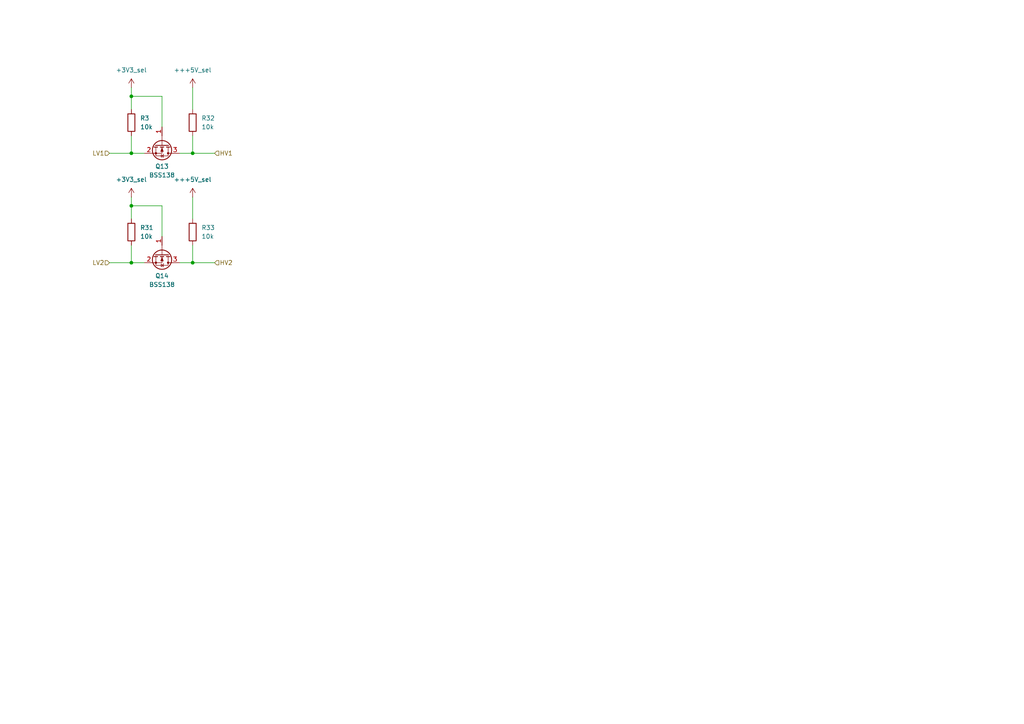
<source format=kicad_sch>
(kicad_sch (version 20231120) (generator "eeschema") (generator_version "8.0")
  (paper "A4")
  (lib_symbols
    (symbol "Device:R" (pin_numbers hide) (pin_names (offset 0))
      (property "Reference" "R" (at 2.032 0 90))
      (property "Value" "R" (at 0 0 90))
      (symbol "R_0_1"
        (rectangle (start -1.016 -2.54) (end 1.016 2.54) (stroke (width 0.254)))
      )
      (symbol "R_1_1"
        (pin passive line (at 0 3.81 270) (length 1.27) (name "~") (number "1"))
        (pin passive line (at 0 -3.81 90) (length 1.27) (name "~") (number "2"))
      )
    )
    (symbol "Transistor_FET:BSS138" (pin_names hide)
      (property "Reference" "Q" (at 5.08 1.905 0))
      (property "Value" "BSS138" (at 5.08 0 0))
      (symbol "BSS138_0_1"
        (polyline (pts (xy 0.254 0) (xy -2.54 0)))
        (polyline (pts (xy 0.254 1.905) (xy 0.254 -1.905)) (stroke (width 0.254)))
        (polyline (pts (xy 0.762 -1.27) (xy 0.762 -2.286)) (stroke (width 0.254)))
        (polyline (pts (xy 0.762 0.508) (xy 0.762 -0.508)) (stroke (width 0.254)))
        (polyline (pts (xy 0.762 2.286) (xy 0.762 1.27)) (stroke (width 0.254)))
        (polyline (pts (xy 2.54 2.54) (xy 2.54 1.778)))
        (polyline (pts (xy 2.54 -2.54) (xy 2.54 0) (xy 0.762 0)))
        (polyline (pts (xy 0.762 -1.778) (xy 3.302 -1.778) (xy 3.302 1.778) (xy 0.762 1.778)))
        (polyline (pts (xy 1.016 0) (xy 2.032 0.381) (xy 2.032 -0.381) (xy 1.016 0)) (fill (type outline)))
        (polyline (pts (xy 2.794 0.508) (xy 2.921 0.381) (xy 3.683 0.381) (xy 3.81 0.254)))
        (polyline (pts (xy 3.302 0.381) (xy 2.921 -0.254) (xy 3.683 -0.254) (xy 3.302 0.381)))
        (circle (center 1.651 0) (radius 2.794) (stroke (width 0.254)))
        (circle (center 2.54 -1.778) (radius 0.254) (fill (type outline)))
        (circle (center 2.54 1.778) (radius 0.254) (fill (type outline)))
      )
      (symbol "BSS138_1_1"
        (pin input line (at -5.08 0 0) (length 2.54) (name "G") (number "1"))
        (pin passive line (at 2.54 -5.08 90) (length 2.54) (name "S") (number "2"))
        (pin passive line (at 2.54 5.08 270) (length 2.54) (name "D") (number "3"))
      )
    )
    (symbol "power:+3.3V" (power) (pin_numbers hide) (pin_names (offset 0) hide)
      (property "Value" "+3.3V" (at 0 3.556 0))
      (symbol "+3.3V_0_1"
        (polyline (pts (xy -0.762 1.27) (xy 0 2.54)))
        (polyline (pts (xy 0 0) (xy 0 2.54)))
        (polyline (pts (xy 0 2.54) (xy 0.762 1.27)))
      )
      (symbol "+3.3V_1_1"
        (pin power_in line (at 0 0 90) (length 0) (name "~") (number "1"))
      )
    )
  )
  (junction (at 38.1 76.2))
  (junction (at 55.88 76.2))
  (junction (at 55.88 44.45))
  (junction (at 38.1 59.69))
  (junction (at 38.1 27.94))
  (junction (at 38.1 44.45))
  (wire (pts (xy 38.1 27.94) (xy 38.1 31.75)))
  (wire (pts (xy 55.88 76.2) (xy 62.23 76.2)))
  (wire (pts (xy 31.75 76.2) (xy 38.1 76.2)))
  (wire (pts (xy 46.99 27.94) (xy 38.1 27.94)))
  (wire (pts (xy 38.1 71.12) (xy 38.1 76.2)))
  (wire (pts (xy 55.88 44.45) (xy 55.88 39.37)))
  (wire (pts (xy 46.99 68.58) (xy 46.99 59.69)))
  (wire (pts (xy 38.1 25.4) (xy 38.1 27.94)))
  (wire (pts (xy 55.88 44.45) (xy 62.23 44.45)))
  (wire (pts (xy 52.07 44.45) (xy 55.88 44.45)))
  (wire (pts (xy 46.99 59.69) (xy 38.1 59.69)))
  (wire (pts (xy 38.1 44.45) (xy 41.91 44.45)))
  (wire (pts (xy 31.75 44.45) (xy 38.1 44.45)))
  (wire (pts (xy 38.1 76.2) (xy 41.91 76.2)))
  (wire (pts (xy 38.1 39.37) (xy 38.1 44.45)))
  (wire (pts (xy 46.99 36.83) (xy 46.99 27.94)))
  (wire (pts (xy 55.88 76.2) (xy 55.88 71.12)))
  (wire (pts (xy 52.07 76.2) (xy 55.88 76.2)))
  (wire (pts (xy 38.1 57.15) (xy 38.1 59.69)))
  (wire (pts (xy 38.1 59.69) (xy 38.1 63.5)))
  (wire (pts (xy 55.88 25.4) (xy 55.88 31.75)))
  (wire (pts (xy 55.88 57.15) (xy 55.88 63.5)))
  (hierarchical_label "HV1" (shape input) (at 62.23 44.45 0))
  (hierarchical_label "LV1" (shape input) (at 31.75 44.45 180))
  (hierarchical_label "LV2" (shape input) (at 31.75 76.2 180))
  (hierarchical_label "HV2" (shape input) (at 62.23 76.2 0))
  (symbol (lib_id "Device:R") (at 38.1 35.56 0) (unit 1)
    (property "Reference" "R3" (at 40.64 34.2899 0) (effects (justify left)))
    (property "Value" "10k" (at 40.64 36.8299 0) (effects (justify left)))
    (property "Description" "Resistor" (effects (hide yes)))
    (instances (project "offramps" (path "" (reference "R3") (unit 1)) (path "" (reference "R6") (unit 1)) (path "" (reference "R27") (unit 1))))
  )
  (symbol (lib_id "Device:R") (at 55.88 35.56 0) (unit 1)
    (property "Reference" "R32" (at 58.42 34.2899 0) (effects (justify left)))
    (property "Value" "10k" (at 58.42 36.8299 0) (effects (justify left)))
    (property "Description" "Resistor" (effects (hide yes)))
    (instances (project "offramps" (path "" (reference "R32") (unit 1)) (path "" (reference "R13") (unit 1)) (path "" (reference "R29") (unit 1))))
  )
  (symbol (lib_id "Transistor_FET:BSS138") (at 46.99 73.66 270) (unit 1)
    (property "Reference" "Q14" (at 46.99 80.01 90))
    (property "Value" "BSS138" (at 46.99 82.55 90))
    (property "Footprint" "Package_TO_SOT_SMD:SOT-23" (effects (hide yes)))
    (property "Datasheet" "https://www.onsemi.com/pub/Collateral/BSS138-D.PDF" (effects (hide yes)))
    (property "Description" "50V Vds, 0.22A Id, N-Channel MOSFET, SOT-23" (effects (hide yes)))
    (instances (project "offramps" (path "" (reference "Q14") (unit 1)) (path "" (reference "Q2") (unit 1)) (path "" (reference "Q12") (unit 1))))
  )
  (symbol (lib_id "power:+3.3V") (at 55.88 57.15 0) (unit 1)
    (property "Reference" "#PWR054" (effects (hide yes)))
    (property "Value" "+++5V_sel" (at 55.88 52.07 0))
    (property "Description" "Power symbol creates a global label with name \"+3.3V\"" (effects (hide yes)))
    (instances (project "offramps" (path "" (reference "#PWR054") (unit 1)) (path "" (reference "#PWR030") (unit 1)) (path "" (reference "#PWR053") (unit 1))))
  )
  (symbol (lib_id "Device:R") (at 55.88 67.31 0) (unit 1)
    (property "Reference" "R33" (at 58.42 66.0399 0) (effects (justify left)))
    (property "Value" "10k" (at 58.42 68.5799 0) (effects (justify left)))
    (property "Description" "Resistor" (effects (hide yes)))
    (instances (project "offramps" (path "" (reference "R33") (unit 1)) (path "" (reference "R14") (unit 1)) (path "" (reference "R30") (unit 1))))
  )
  (symbol (lib_id "Transistor_FET:BSS138") (at 46.99 41.91 270) (unit 1)
    (property "Reference" "Q13" (at 46.99 48.26 90))
    (property "Value" "BSS138" (at 46.99 50.8 90))
    (property "Footprint" "Package_TO_SOT_SMD:SOT-23" (effects (hide yes)))
    (property "Datasheet" "https://www.onsemi.com/pub/Collateral/BSS138-D.PDF" (effects (hide yes)))
    (property "Description" "50V Vds, 0.22A Id, N-Channel MOSFET, SOT-23" (effects (hide yes)))
    (instances (project "offramps" (path "" (reference "Q13") (unit 1)) (path "" (reference "Q1") (unit 1)) (path "" (reference "Q11") (unit 1))))
  )
  (symbol (lib_id "Device:R") (at 38.1 67.31 0) (unit 1)
    (property "Reference" "R31" (at 40.64 66.0399 0) (effects (justify left)))
    (property "Value" "10k" (at 40.64 68.5799 0) (effects (justify left)))
    (property "Description" "Resistor" (effects (hide yes)))
    (instances (project "offramps" (path "" (reference "R31") (unit 1)) (path "" (reference "R12") (unit 1)) (path "" (reference "R28") (unit 1))))
  )
  (symbol (lib_id "power:+3.3V") (at 38.1 57.15 0) (unit 1)
    (property "Reference" "#PWR07" (effects (hide yes)))
    (property "Value" "+3V3_sel" (at 38.1 52.07 0))
    (property "Description" "Power symbol creates a global label with name \"+3.3V\"" (effects (hide yes)))
    (instances (project "offramps" (path "" (reference "#PWR07") (unit 1)) (path "" (reference "#PWR015") (unit 1)) (path "" (reference "#PWR051") (unit 1))))
  )
  (symbol (lib_id "power:+3.3V") (at 55.88 25.4 0) (unit 1)
    (property "Reference" "#PWR08" (effects (hide yes)))
    (property "Value" "+++5V_sel" (at 55.88 20.32 0))
    (property "Description" "Power symbol creates a global label with name \"+3.3V\"" (effects (hide yes)))
    (instances (project "offramps" (path "" (reference "#PWR08") (unit 1)) (path "" (reference "#PWR018") (unit 1)) (path "" (reference "#PWR052") (unit 1))))
  )
  (symbol (lib_id "power:+3.3V") (at 38.1 25.4 0) (unit 1)
    (property "Reference" "#PWR05" (effects (hide yes)))
    (property "Value" "+3V3_sel" (at 38.1 20.32 0))
    (property "Description" "Power symbol creates a global label with name \"+3.3V\"" (effects (hide yes)))
    (instances (project "offramps" (path "" (reference "#PWR05") (unit 1)) (path "" (reference "#PWR014") (unit 1)) (path "" (reference "#PWR050") (unit 1))))
  )
)
</source>
